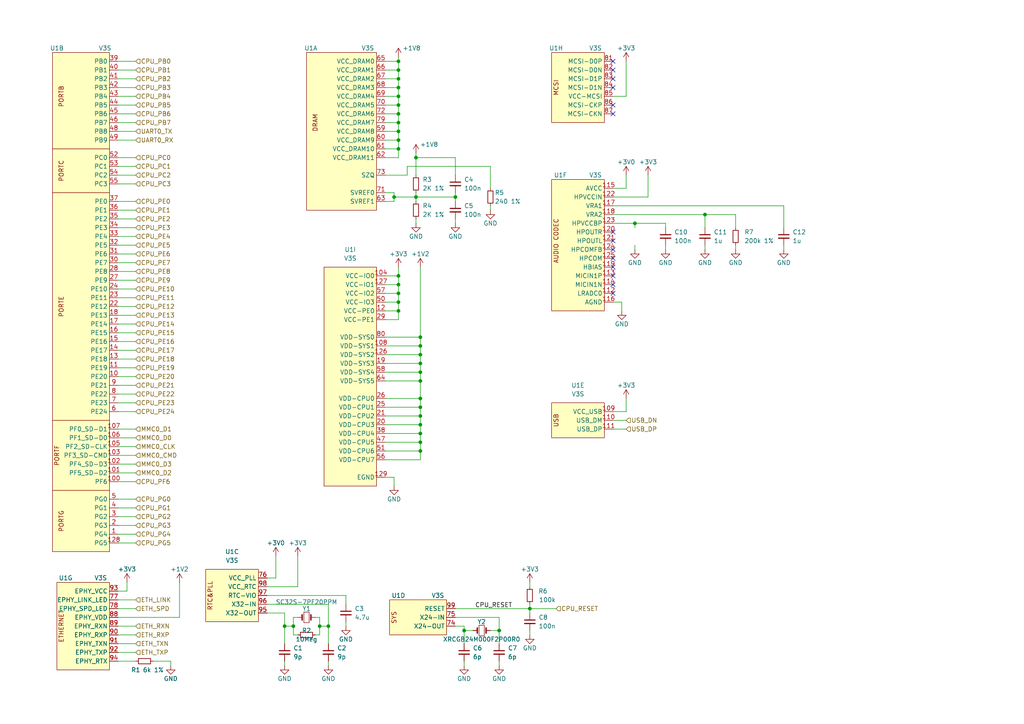
<source format=kicad_sch>
(kicad_sch (version 20211123) (generator eeschema)
  (paper "A4")
  (lib_symbols
    (symbol "Device:C_Small" (pin_numbers hide) (pin_names (offset 0.254) hide)
      (property "Reference" "C" (at 0.254 1.778 0))
      (property "Value" "C_Small" (at 0.254 -2.032 0))
      (symbol "C_Small_0_1"
        (polyline (pts (xy -1.524 -0.508) (xy 1.524 -0.508)) (stroke (width 0.3302)))
        (polyline (pts (xy -1.524 0.508) (xy 1.524 0.508)) (stroke (width 0.3048)))
      )
      (symbol "C_Small_1_1"
        (pin passive line (at 0 2.54 270) (length 2.032) (name "~") (number "1"))
        (pin passive line (at 0 -2.54 90) (length 2.032) (name "~") (number "2"))
      )
    )
    (symbol "Device:Crystal_Small" (pin_numbers hide) (pin_names (offset 1.016) hide)
      (property "Reference" "Y" (at 0 2.54 0))
      (property "Value" "Crystal_Small" (at 0 -2.54 0))
      (symbol "Crystal_Small_0_1"
        (rectangle (start -0.762 -1.524) (end 0.762 1.524))
        (polyline (pts (xy -1.27 -0.762) (xy -1.27 0.762)) (stroke (width 0.381)))
        (polyline (pts (xy 1.27 -0.762) (xy 1.27 0.762)) (stroke (width 0.381)))
      )
      (symbol "Crystal_Small_1_1"
        (pin passive line (at -2.54 0 0) (length 1.27) (name "1") (number "1"))
        (pin passive line (at 2.54 0 180) (length 1.27) (name "2") (number "2"))
      )
    )
    (symbol "Device:R_Small" (pin_numbers hide) (pin_names (offset 0.254) hide)
      (property "Reference" "R" (at 0.762 0.508 0))
      (property "Value" "R_Small" (at 0.762 -1.016 0))
      (symbol "R_Small_0_1"
        (rectangle (start -0.762 1.778) (end 0.762 -1.778) (stroke (width 0.2032)))
      )
      (symbol "R_Small_1_1"
        (pin passive line (at 0 2.54 270) (length 0.762) (name "~") (number "1"))
        (pin passive line (at 0 -2.54 90) (length 0.762) (name "~") (number "2"))
      )
    )
    (symbol "power:+1V2" (power) (pin_names (offset 0))
      (property "Value" "+1V2" (at 0 3.556 0))
      (symbol "+1V2_0_1"
        (polyline (pts (xy -0.762 1.27) (xy 0 2.54)))
        (polyline (pts (xy 0 0) (xy 0 2.54)))
        (polyline (pts (xy 0 2.54) (xy 0.762 1.27)))
      )
      (symbol "+1V2_1_1"
        (pin power_in line (at 0 0 90) (length 0) hide (name "+1V2") (number "1"))
      )
    )
    (symbol "power:+1V8" (power) (pin_names (offset 0))
      (property "Value" "+1V8" (at 0 3.556 0))
      (symbol "+1V8_0_1"
        (polyline (pts (xy -0.762 1.27) (xy 0 2.54)))
        (polyline (pts (xy 0 0) (xy 0 2.54)))
        (polyline (pts (xy 0 2.54) (xy 0.762 1.27)))
      )
      (symbol "+1V8_1_1"
        (pin power_in line (at 0 0 90) (length 0) hide (name "+1V8") (number "1"))
      )
    )
    (symbol "power:+3V0" (power) (pin_names (offset 0))
      (property "Value" "+3V0" (at 0 3.556 0))
      (symbol "+3V0_0_1"
        (polyline (pts (xy -0.762 1.27) (xy 0 2.54)))
        (polyline (pts (xy 0 0) (xy 0 2.54)))
        (polyline (pts (xy 0 2.54) (xy 0.762 1.27)))
      )
      (symbol "+3V0_1_1"
        (pin power_in line (at 0 0 90) (length 0) hide (name "+3V0") (number "1"))
      )
    )
    (symbol "power:+3V3" (power) (pin_names (offset 0))
      (property "Value" "+3V3" (at 0 3.556 0))
      (symbol "+3V3_0_1"
        (polyline (pts (xy -0.762 1.27) (xy 0 2.54)))
        (polyline (pts (xy 0 0) (xy 0 2.54)))
        (polyline (pts (xy 0 2.54) (xy 0.762 1.27)))
      )
      (symbol "+3V3_1_1"
        (pin power_in line (at 0 0 90) (length 0) hide (name "+3V3") (number "1"))
      )
    )
    (symbol "power:GND" (power) (pin_names (offset 0))
      (property "Value" "GND" (at 0 -3.81 0))
      (symbol "GND_0_1"
        (polyline (pts (xy 0 0) (xy 0 -1.27) (xy 1.27 -1.27) (xy 0 -2.54) (xy -1.27 -1.27) (xy 0 -1.27)))
      )
      (symbol "GND_1_1"
        (pin power_in line (at 0 0 270) (length 0) hide (name "GND") (number "1"))
      )
    )
    (symbol "v3s:V3S"
      (property "Reference" "U" (at 1.27 3.81 0))
      (property "Value" "V3S" (at 12.7 3.81 0))
      (symbol "V3S_1_0"
        (rectangle (start 0 2.54) (end 20.32 -43.18) (fill (type background)))
        (text "DRAM" (at 17.78 -17.78 900) (effects (font (size 1.27 1.27))))
      )
      (symbol "V3S_1_1"
        (pin input line (at -2.54 -20.32 0) (length 2.54) (name "VCC_DRAM8") (number "59"))
        (pin input line (at -2.54 -22.86 0) (length 2.54) (name "VCC_DRAM9") (number "60"))
        (pin input line (at -2.54 -25.4 0) (length 2.54) (name "VCC_DRAM10") (number "61"))
        (pin input line (at -2.54 -27.94 0) (length 2.54) (name "VCC_DRAM11") (number "62"))
        (pin input line (at -2.54 -40.64 0) (length 2.54) (name "SVREF1") (number "63"))
        (pin input line (at -2.54 0 0) (length 2.54) (name "VCC_DRAM0") (number "65"))
        (pin input line (at -2.54 -2.54 0) (length 2.54) (name "VCC_DRAM1") (number "66"))
        (pin input line (at -2.54 -5.08 0) (length 2.54) (name "VCC_DRAM2") (number "67"))
        (pin input line (at -2.54 -7.62 0) (length 2.54) (name "VCC_DRAM3") (number "68"))
        (pin input line (at -2.54 -10.16 0) (length 2.54) (name "VCC_DRAM4") (number "69"))
        (pin input line (at -2.54 -12.7 0) (length 2.54) (name "VCC_DRAM5") (number "70"))
        (pin input line (at -2.54 -38.1 0) (length 2.54) (name "SVREF0") (number "71"))
        (pin input line (at -2.54 -15.24 0) (length 2.54) (name "VCC_DRAM6") (number "72"))
        (pin input line (at -2.54 -33.02 0) (length 2.54) (name "SZQ") (number "73"))
        (pin input line (at -2.54 -17.78 0) (length 2.54) (name "VCC_DRAM7") (number "79"))
      )
      (symbol "V3S_2_0"
        (polyline (pts (xy 0 -124.46) (xy 16.51 -124.46)))
        (polyline (pts (xy 0 -104.14) (xy 16.51 -104.14)))
        (polyline (pts (xy 0 -38.1) (xy 16.51 -38.1)))
        (polyline (pts (xy 0 -25.4) (xy 16.51 -25.4)))
        (rectangle (start 0 2.54) (end 16.51 -142.24) (fill (type background)))
        (text "PORTB" (at 13.97 -10.16 900) (effects (font (size 1.27 1.27))))
        (text "PORTC" (at 13.97 -31.75 900) (effects (font (size 1.27 1.27))))
        (text "PORTE" (at 13.97 -71.12 900) (effects (font (size 1.27 1.27))))
        (text "PORTF" (at 15.24 -114.3 900) (effects (font (size 1.27 1.27))))
        (text "PORTG" (at 13.97 -133.35 900) (effects (font (size 1.27 1.27))))
      )
      (symbol "V3S_2_1"
        (pin input line (at -2.54 -137.16 0) (length 2.54) (name "PG4") (number "1"))
        (pin input line (at -2.54 -91.44 0) (length 2.54) (name "PE20") (number "10"))
        (pin input line (at -2.54 -121.92 0) (length 2.54) (name "PF6") (number "100"))
        (pin input line (at -2.54 -119.38 0) (length 2.54) (name "PF5_SD-D2") (number "101"))
        (pin input line (at -2.54 -116.84 0) (length 2.54) (name "PF4_SD-D3") (number "102"))
        (pin input line (at -2.54 -114.3 0) (length 2.54) (name "PF3_SD-CMD") (number "103"))
        (pin input line (at -2.54 -111.76 0) (length 2.54) (name "PF2_SD-CLK") (number "105"))
        (pin input line (at -2.54 -109.22 0) (length 2.54) (name "PF1_SD-D0") (number "106"))
        (pin input line (at -2.54 -106.68 0) (length 2.54) (name "PF0_SD-D1") (number "107"))
        (pin input line (at -2.54 -88.9 0) (length 2.54) (name "PE19") (number "11"))
        (pin input line (at -2.54 -139.7 0) (length 2.54) (name "PG5") (number "128"))
        (pin input line (at -2.54 -86.36 0) (length 2.54) (name "PE18") (number "13"))
        (pin input line (at -2.54 -83.82 0) (length 2.54) (name "PE17") (number "14"))
        (pin input line (at -2.54 -81.28 0) (length 2.54) (name "PE16") (number "15"))
        (pin input line (at -2.54 -78.74 0) (length 2.54) (name "PE15") (number "16"))
        (pin input line (at -2.54 -76.2 0) (length 2.54) (name "PE14") (number "17"))
        (pin input line (at -2.54 -73.66 0) (length 2.54) (name "PE13") (number "18"))
        (pin input line (at -2.54 -134.62 0) (length 2.54) (name "PG3") (number "2"))
        (pin input line (at -2.54 -71.12 0) (length 2.54) (name "PE12") (number "22"))
        (pin input line (at -2.54 -68.58 0) (length 2.54) (name "PE11") (number "23"))
        (pin input line (at -2.54 -66.04 0) (length 2.54) (name "PE10") (number "24"))
        (pin input line (at -2.54 -63.5 0) (length 2.54) (name "PE9") (number "27"))
        (pin input line (at -2.54 -60.96 0) (length 2.54) (name "PE8") (number "28"))
        (pin input line (at -2.54 -132.08 0) (length 2.54) (name "PG2") (number "3"))
        (pin input line (at -2.54 -58.42 0) (length 2.54) (name "PE7") (number "30"))
        (pin input line (at -2.54 -55.88 0) (length 2.54) (name "PE6") (number "31"))
        (pin input line (at -2.54 -53.34 0) (length 2.54) (name "PE5") (number "32"))
        (pin input line (at -2.54 -50.8 0) (length 2.54) (name "PE4") (number "33"))
        (pin input line (at -2.54 -48.26 0) (length 2.54) (name "PE3") (number "34"))
        (pin input line (at -2.54 -45.72 0) (length 2.54) (name "PE2") (number "35"))
        (pin input line (at -2.54 -43.18 0) (length 2.54) (name "PE1") (number "36"))
        (pin input line (at -2.54 -40.64 0) (length 2.54) (name "PE0") (number "37"))
        (pin input line (at -2.54 0 0) (length 2.54) (name "PB0") (number "39"))
        (pin input line (at -2.54 -129.54 0) (length 2.54) (name "PG1") (number "4"))
        (pin input line (at -2.54 -2.54 0) (length 2.54) (name "PB1") (number "40"))
        (pin input line (at -2.54 -5.08 0) (length 2.54) (name "PB2") (number "41"))
        (pin input line (at -2.54 -7.62 0) (length 2.54) (name "PB3") (number "42"))
        (pin input line (at -2.54 -10.16 0) (length 2.54) (name "PB4") (number "43"))
        (pin input line (at -2.54 -12.7 0) (length 2.54) (name "PB5") (number "44"))
        (pin input line (at -2.54 -15.24 0) (length 2.54) (name "PB6") (number "45"))
        (pin input line (at -2.54 -17.78 0) (length 2.54) (name "PB7") (number "46"))
        (pin input line (at -2.54 -20.32 0) (length 2.54) (name "PB8") (number "48"))
        (pin input line (at -2.54 -22.86 0) (length 2.54) (name "PB9") (number "49"))
        (pin input line (at -2.54 -127 0) (length 2.54) (name "PG0") (number "5"))
        (pin input line (at -2.54 -27.94 0) (length 2.54) (name "PC0") (number "52"))
        (pin input line (at -2.54 -30.48 0) (length 2.54) (name "PC1") (number "53"))
        (pin input line (at -2.54 -33.02 0) (length 2.54) (name "PC2") (number "54"))
        (pin input line (at -2.54 -35.56 0) (length 2.54) (name "PC3") (number "55"))
        (pin input line (at -2.54 -101.6 0) (length 2.54) (name "PE24") (number "6"))
        (pin input line (at -2.54 -99.06 0) (length 2.54) (name "PE23") (number "7"))
        (pin input line (at -2.54 -96.52 0) (length 2.54) (name "PE22") (number "8"))
        (pin input line (at -2.54 -93.98 0) (length 2.54) (name "PE21") (number "9"))
      )
      (symbol "V3S_3_0"
        (rectangle (start 0 2.54) (end 15.24 -12.7) (fill (type background)))
        (text "RTC&PLL" (at 13.97 -5.08 900) (effects (font (size 1.27 1.27))))
      )
      (symbol "V3S_3_1"
        (pin input line (at -2.54 0 0) (length 2.54) (name "VCC_PLL") (number "76"))
        (pin input line (at -2.54 -10.16 0) (length 2.54) (name "X32-OUT") (number "95"))
        (pin input line (at -2.54 -7.62 0) (length 2.54) (name "X32-IN") (number "96"))
        (pin input line (at -2.54 -5.08 0) (length 2.54) (name "RTC-VIO") (number "97"))
        (pin input line (at -2.54 -2.54 0) (length 2.54) (name "VCC_RTC") (number "98"))
      )
      (symbol "V3S_4_0"
        (rectangle (start 0 2.54) (end 16.51 -7.62) (fill (type background)))
        (text "SYS" (at 15.24 -2.54 900) (effects (font (size 1.27 1.27))))
      )
      (symbol "V3S_4_1"
        (pin input line (at -2.54 -5.08 0) (length 2.54) (name "X24-OUT") (number "74"))
        (pin input line (at -2.54 -2.54 0) (length 2.54) (name "X24-IN") (number "75"))
        (pin input line (at -2.54 0 0) (length 2.54) (name "RESET") (number "99"))
      )
      (symbol "V3S_5_0"
        (rectangle (start 0 2.54) (end 15.24 -7.62) (fill (type background)))
        (text "USB" (at 13.97 -2.54 900) (effects (font (size 1.27 1.27))))
      )
      (symbol "V3S_5_1"
        (pin input line (at -2.54 0 0) (length 2.54) (name "VCC_USB") (number "109"))
        (pin input line (at -2.54 -2.54 0) (length 2.54) (name "USB_DM") (number "110"))
        (pin input line (at -2.54 -5.08 0) (length 2.54) (name "USB_DP") (number "111"))
      )
      (symbol "V3S_6_0"
        (rectangle (start 0 2.54) (end 15.24 -35.56) (fill (type background)))
        (text "AUDIO CODEC" (at 13.97 -15.24 900) (effects (font (size 1.27 1.27))))
      )
      (symbol "V3S_6_1"
        (pin input line (at -2.54 -30.48 0) (length 2.54) (name "LRADC0") (number "112"))
        (pin input line (at -2.54 -25.4 0) (length 2.54) (name "MICIN1P") (number "113"))
        (pin input line (at -2.54 -27.94 0) (length 2.54) (name "MICIN1N") (number "114"))
        (pin input line (at -2.54 0 0) (length 2.54) (name "AVCC") (number "115"))
        (pin input line (at -2.54 -33.02 0) (length 2.54) (name "AGND") (number "116"))
        (pin input line (at -2.54 -5.08 0) (length 2.54) (name "VRA1") (number "117"))
        (pin input line (at -2.54 -7.62 0) (length 2.54) (name "VRA2") (number "118"))
        (pin input line (at -2.54 -22.86 0) (length 2.54) (name "HBIAS") (number "119"))
        (pin input line (at -2.54 -12.7 0) (length 2.54) (name "HPOUTR") (number "120"))
        (pin input line (at -2.54 -15.24 0) (length 2.54) (name "HPOUTL") (number "121"))
        (pin input line (at -2.54 -2.54 0) (length 2.54) (name "HPVCCIN") (number "122"))
        (pin input line (at -2.54 -10.16 0) (length 2.54) (name "HPVCCBP") (number "123"))
        (pin input line (at -2.54 -17.78 0) (length 2.54) (name "HPCOMFB") (number "124"))
        (pin input line (at -2.54 -20.32 0) (length 2.54) (name "HPCOM") (number "125"))
      )
      (symbol "V3S_7_0"
        (rectangle (start 0 2.54) (end 15.24 -22.86) (fill (type background)))
        (text "ETHERNET" (at 13.97 -10.16 900) (effects (font (size 1.27 1.27))))
      )
      (symbol "V3S_7_1"
        (pin input line (at -2.54 -2.54 0) (length 2.54) (name "EPHY_LINK_LED") (number "77"))
        (pin input line (at -2.54 -5.08 0) (length 2.54) (name "EPHY_SPD_LED") (number "78"))
        (pin input line (at -2.54 -7.62 0) (length 2.54) (name "EPHY_VDD") (number "88"))
        (pin input line (at -2.54 -10.16 0) (length 2.54) (name "EPHY_RXN") (number "89"))
        (pin input line (at -2.54 -12.7 0) (length 2.54) (name "EPHY_RXP") (number "90"))
        (pin input line (at -2.54 -15.24 0) (length 2.54) (name "EPHY_TXN") (number "91"))
        (pin input line (at -2.54 -17.78 0) (length 2.54) (name "EPHY_TXP") (number "92"))
        (pin input line (at -2.54 0 0) (length 2.54) (name "EPHY_VCC") (number "93"))
        (pin input line (at -2.54 -20.32 0) (length 2.54) (name "EPHY_RTX") (number "94"))
      )
      (symbol "V3S_8_0"
        (rectangle (start 0 2.54) (end 15.24 -17.78) (fill (type background)))
        (text "MCSI" (at 13.97 -7.62 900) (effects (font (size 1.27 1.27))))
      )
      (symbol "V3S_8_1"
        (pin input line (at -2.54 0 0) (length 2.54) (name "MCSI-D0P") (number "81"))
        (pin input line (at -2.54 -2.54 0) (length 2.54) (name "MCSI-D0N") (number "82"))
        (pin input line (at -2.54 -5.08 0) (length 2.54) (name "MCSI-D1P") (number "83"))
        (pin input line (at -2.54 -7.62 0) (length 2.54) (name "MCSI-D1N") (number "84"))
        (pin input line (at -2.54 -10.16 0) (length 2.54) (name "VCC-MCSI") (number "85"))
        (pin input line (at -2.54 -12.7 0) (length 2.54) (name "MCSI-CKP") (number "86"))
        (pin input line (at -2.54 -15.24 0) (length 2.54) (name "MCSI-CKN") (number "87"))
      )
      (symbol "V3S_9_0"
        (rectangle (start 0 2.54) (end 15.24 -60.96) (fill (type background)))
      )
      (symbol "V3S_9_1"
        (pin input line (at -2.54 0 0) (length 2.54) (name "VCC-IO0") (number "104"))
        (pin input line (at -2.54 -20.32 0) (length 2.54) (name "VDD-SYS1") (number "108"))
        (pin input line (at -2.54 -10.16 0) (length 2.54) (name "VCC-PE0") (number "12"))
        (pin input line (at -2.54 -22.86 0) (length 2.54) (name "VDD-SYS2") (number "126"))
        (pin input line (at -2.54 -2.54 0) (length 2.54) (name "VCC-IO1") (number "127"))
        (pin input line (at -2.54 -58.42 0) (length 2.54) (name "EGND") (number "129"))
        (pin input line (at -2.54 -25.4 0) (length 2.54) (name "VDD-SYS3") (number "19"))
        (pin input line (at -2.54 -43.18 0) (length 2.54) (name "VDD-CPU3") (number "20"))
        (pin input line (at -2.54 -40.64 0) (length 2.54) (name "VDD-CPU2") (number "21"))
        (pin input line (at -2.54 -38.1 0) (length 2.54) (name "VDD-CPU1") (number "25"))
        (pin input line (at -2.54 -35.56 0) (length 2.54) (name "VDD-CPU0") (number "26"))
        (pin input line (at -2.54 -12.7 0) (length 2.54) (name "VCC-PE1") (number "29"))
        (pin input line (at -2.54 -45.72 0) (length 2.54) (name "VDD-CPU4") (number "38"))
        (pin input line (at -2.54 -48.26 0) (length 2.54) (name "VDD-CPU5") (number "47"))
        (pin input line (at -2.54 -7.62 0) (length 2.54) (name "VCC-IO3") (number "50"))
        (pin input line (at -2.54 -50.8 0) (length 2.54) (name "VDD-CPU6") (number "51"))
        (pin input line (at -2.54 -53.34 0) (length 2.54) (name "VDD-CPU7") (number "56"))
        (pin input line (at -2.54 -5.08 0) (length 2.54) (name "VCC-IO2") (number "57"))
        (pin input line (at -2.54 -27.94 0) (length 2.54) (name "VDD-SYS4") (number "58"))
        (pin input line (at -2.54 -30.48 0) (length 2.54) (name "VDD-SYS5") (number "64"))
        (pin input line (at -2.54 -17.78 0) (length 2.54) (name "VDD-SYS0") (number "80"))
      )
    )
  )
  (junction (at 115.57 82.55))
  (junction (at 204.47 62.23))
  (junction (at 115.57 17.78))
  (junction (at 121.92 118.11))
  (junction (at 115.57 87.63))
  (junction (at 132.08 57.15))
  (junction (at 115.57 38.1))
  (junction (at 121.92 97.79))
  (junction (at 134.62 182.88))
  (junction (at 95.25 181.61))
  (junction (at 184.15 64.77))
  (junction (at 115.57 43.18))
  (junction (at 121.92 100.33))
  (junction (at 121.92 130.81))
  (junction (at 115.57 33.02))
  (junction (at 153.67 176.53))
  (junction (at 92.71 181.61))
  (junction (at 82.55 181.61))
  (junction (at 121.92 107.95))
  (junction (at 121.92 105.41))
  (junction (at 115.57 40.64))
  (junction (at 121.92 128.27))
  (junction (at 115.57 22.86))
  (junction (at 121.92 110.49))
  (junction (at 115.57 80.01))
  (junction (at 120.65 57.15))
  (junction (at 120.65 45.72))
  (junction (at 115.57 25.4))
  (junction (at 115.57 90.17))
  (junction (at 115.57 20.32))
  (junction (at 115.57 85.09))
  (junction (at 121.92 102.87))
  (junction (at 144.78 182.88))
  (junction (at 114.3 57.15))
  (junction (at 115.57 35.56))
  (junction (at 121.92 123.19))
  (junction (at 121.92 115.57))
  (junction (at 85.09 181.61))
  (junction (at 115.57 30.48))
  (junction (at 121.92 125.73))
  (junction (at 115.57 27.94))
  (junction (at 121.92 120.65))
  (no_connect (at 177.8 69.85))
  (no_connect (at 177.8 67.31))
  (no_connect (at 177.8 74.93))
  (no_connect (at 177.8 72.39))
  (no_connect (at 177.8 77.47))
  (no_connect (at 177.8 85.09))
  (no_connect (at 177.8 33.02))
  (no_connect (at 177.8 30.48))
  (no_connect (at 177.8 25.4))
  (no_connect (at 177.8 17.78))
  (no_connect (at 177.8 20.32))
  (no_connect (at 177.8 22.86))
  (no_connect (at 177.8 80.01))
  (no_connect (at 177.8 82.55))
  (wire (pts (xy 121.92 110.49) (xy 121.92 115.57)))
  (wire (pts (xy 181.61 119.38) (xy 181.61 115.57)))
  (wire (pts (xy 34.29 38.1) (xy 39.37 38.1)))
  (wire (pts (xy 134.62 182.88) (xy 134.62 186.69)))
  (wire (pts (xy 121.92 130.81) (xy 121.92 133.35)))
  (wire (pts (xy 111.76 33.02) (xy 115.57 33.02)))
  (wire (pts (xy 180.34 87.63) (xy 180.34 90.17)))
  (wire (pts (xy 34.29 40.64) (xy 39.37 40.64)))
  (wire (pts (xy 121.92 123.19) (xy 121.92 125.73)))
  (wire (pts (xy 153.67 182.88) (xy 153.67 184.15)))
  (wire (pts (xy 86.36 184.15) (xy 85.09 184.15)))
  (wire (pts (xy 34.29 101.6) (xy 39.37 101.6)))
  (wire (pts (xy 177.8 62.23) (xy 204.47 62.23)))
  (wire (pts (xy 95.25 175.26) (xy 77.47 175.26)))
  (wire (pts (xy 153.67 168.91) (xy 153.67 170.18)))
  (wire (pts (xy 77.47 170.18) (xy 86.36 170.18)))
  (wire (pts (xy 111.76 20.32) (xy 115.57 20.32)))
  (wire (pts (xy 204.47 62.23) (xy 204.47 66.04)))
  (wire (pts (xy 111.76 55.88) (xy 114.3 55.88)))
  (wire (pts (xy 34.29 181.61) (xy 39.37 181.61)))
  (wire (pts (xy 92.71 179.07) (xy 92.71 181.61)))
  (wire (pts (xy 34.29 99.06) (xy 39.37 99.06)))
  (wire (pts (xy 177.8 64.77) (xy 184.15 64.77)))
  (wire (pts (xy 34.29 22.86) (xy 39.37 22.86)))
  (wire (pts (xy 95.25 186.69) (xy 95.25 181.61)))
  (wire (pts (xy 115.57 85.09) (xy 115.57 82.55)))
  (wire (pts (xy 132.08 57.15) (xy 132.08 58.42)))
  (wire (pts (xy 121.92 115.57) (xy 121.92 118.11)))
  (wire (pts (xy 115.57 35.56) (xy 115.57 38.1)))
  (wire (pts (xy 177.8 59.69) (xy 227.33 59.69)))
  (wire (pts (xy 111.76 38.1) (xy 115.57 38.1)))
  (wire (pts (xy 34.29 66.04) (xy 39.37 66.04)))
  (wire (pts (xy 111.76 45.72) (xy 115.57 45.72)))
  (wire (pts (xy 121.92 128.27) (xy 121.92 130.81)))
  (wire (pts (xy 34.29 157.48) (xy 39.37 157.48)))
  (wire (pts (xy 34.29 53.34) (xy 39.37 53.34)))
  (wire (pts (xy 132.08 181.61) (xy 134.62 181.61)))
  (wire (pts (xy 121.92 77.47) (xy 121.92 97.79)))
  (wire (pts (xy 177.8 27.94) (xy 181.61 27.94)))
  (wire (pts (xy 34.29 132.08) (xy 39.37 132.08)))
  (wire (pts (xy 111.76 85.09) (xy 115.57 85.09)))
  (wire (pts (xy 142.24 182.88) (xy 144.78 182.88)))
  (wire (pts (xy 92.71 181.61) (xy 95.25 181.61)))
  (wire (pts (xy 121.92 120.65) (xy 121.92 123.19)))
  (wire (pts (xy 204.47 62.23) (xy 213.36 62.23)))
  (wire (pts (xy 115.57 25.4) (xy 115.57 22.86)))
  (wire (pts (xy 181.61 27.94) (xy 181.61 17.78)))
  (wire (pts (xy 34.29 45.72) (xy 39.37 45.72)))
  (wire (pts (xy 82.55 186.69) (xy 82.55 181.61)))
  (wire (pts (xy 34.29 179.07) (xy 52.07 179.07)))
  (wire (pts (xy 111.76 92.71) (xy 115.57 92.71)))
  (wire (pts (xy 85.09 181.61) (xy 85.09 184.15)))
  (wire (pts (xy 120.65 50.8) (xy 120.65 45.72)))
  (wire (pts (xy 118.11 48.26) (xy 142.24 48.26)))
  (wire (pts (xy 181.61 54.61) (xy 177.8 54.61)))
  (wire (pts (xy 34.29 154.94) (xy 39.37 154.94)))
  (wire (pts (xy 34.29 106.68) (xy 39.37 106.68)))
  (wire (pts (xy 34.29 137.16) (xy 39.37 137.16)))
  (wire (pts (xy 34.29 134.62) (xy 39.37 134.62)))
  (wire (pts (xy 111.76 90.17) (xy 115.57 90.17)))
  (wire (pts (xy 49.53 191.77) (xy 49.53 193.04)))
  (wire (pts (xy 34.29 171.45) (xy 36.83 171.45)))
  (wire (pts (xy 82.55 181.61) (xy 85.09 181.61)))
  (wire (pts (xy 77.47 177.8) (xy 82.55 177.8)))
  (wire (pts (xy 34.29 173.99) (xy 39.37 173.99)))
  (wire (pts (xy 193.04 71.12) (xy 193.04 72.39)))
  (wire (pts (xy 91.44 184.15) (xy 92.71 184.15)))
  (wire (pts (xy 34.29 58.42) (xy 39.37 58.42)))
  (wire (pts (xy 115.57 30.48) (xy 115.57 33.02)))
  (wire (pts (xy 34.29 144.78) (xy 39.37 144.78)))
  (wire (pts (xy 120.65 55.88) (xy 120.65 57.15)))
  (wire (pts (xy 144.78 182.88) (xy 144.78 186.69)))
  (wire (pts (xy 34.29 149.86) (xy 39.37 149.86)))
  (wire (pts (xy 121.92 107.95) (xy 121.92 110.49)))
  (wire (pts (xy 111.76 80.01) (xy 115.57 80.01)))
  (wire (pts (xy 34.29 68.58) (xy 39.37 68.58)))
  (wire (pts (xy 82.55 177.8) (xy 82.55 181.61)))
  (wire (pts (xy 111.76 107.95) (xy 121.92 107.95)))
  (wire (pts (xy 34.29 33.02) (xy 39.37 33.02)))
  (wire (pts (xy 177.8 121.92) (xy 181.61 121.92)))
  (wire (pts (xy 111.76 97.79) (xy 121.92 97.79)))
  (wire (pts (xy 95.25 181.61) (xy 95.25 175.26)))
  (wire (pts (xy 153.67 176.53) (xy 153.67 177.8)))
  (wire (pts (xy 114.3 55.88) (xy 114.3 57.15)))
  (wire (pts (xy 52.07 168.91) (xy 52.07 179.07)))
  (wire (pts (xy 121.92 100.33) (xy 121.92 102.87)))
  (wire (pts (xy 111.76 123.19) (xy 121.92 123.19)))
  (wire (pts (xy 120.65 57.15) (xy 132.08 57.15)))
  (wire (pts (xy 111.76 102.87) (xy 121.92 102.87)))
  (wire (pts (xy 134.62 191.77) (xy 134.62 193.04)))
  (wire (pts (xy 100.33 172.72) (xy 100.33 175.26)))
  (wire (pts (xy 187.96 57.15) (xy 187.96 50.8)))
  (wire (pts (xy 34.29 76.2) (xy 39.37 76.2)))
  (wire (pts (xy 115.57 25.4) (xy 115.57 27.94)))
  (wire (pts (xy 34.29 88.9) (xy 39.37 88.9)))
  (wire (pts (xy 177.8 57.15) (xy 187.96 57.15)))
  (wire (pts (xy 77.47 167.64) (xy 80.01 167.64)))
  (wire (pts (xy 34.29 63.5) (xy 39.37 63.5)))
  (wire (pts (xy 115.57 33.02) (xy 115.57 35.56)))
  (wire (pts (xy 120.65 44.45) (xy 120.65 45.72)))
  (wire (pts (xy 34.29 186.69) (xy 39.37 186.69)))
  (wire (pts (xy 142.24 54.61) (xy 142.24 48.26)))
  (wire (pts (xy 34.29 20.32) (xy 39.37 20.32)))
  (wire (pts (xy 177.8 124.46) (xy 181.61 124.46)))
  (wire (pts (xy 44.45 191.77) (xy 49.53 191.77)))
  (wire (pts (xy 132.08 63.5) (xy 132.08 64.77)))
  (wire (pts (xy 132.08 179.07) (xy 144.78 179.07)))
  (wire (pts (xy 80.01 161.29) (xy 80.01 167.64)))
  (wire (pts (xy 111.76 35.56) (xy 115.57 35.56)))
  (wire (pts (xy 111.76 128.27) (xy 121.92 128.27)))
  (wire (pts (xy 111.76 125.73) (xy 121.92 125.73)))
  (wire (pts (xy 115.57 40.64) (xy 115.57 43.18)))
  (wire (pts (xy 111.76 110.49) (xy 121.92 110.49)))
  (wire (pts (xy 86.36 179.07) (xy 85.09 179.07)))
  (wire (pts (xy 34.29 73.66) (xy 39.37 73.66)))
  (wire (pts (xy 132.08 50.8) (xy 132.08 45.72)))
  (wire (pts (xy 114.3 57.15) (xy 114.3 58.42)))
  (wire (pts (xy 115.57 17.78) (xy 115.57 16.51)))
  (wire (pts (xy 34.29 109.22) (xy 39.37 109.22)))
  (wire (pts (xy 34.29 116.84) (xy 39.37 116.84)))
  (wire (pts (xy 34.29 111.76) (xy 39.37 111.76)))
  (wire (pts (xy 120.65 57.15) (xy 120.65 58.42)))
  (wire (pts (xy 34.29 104.14) (xy 39.37 104.14)))
  (wire (pts (xy 34.29 86.36) (xy 39.37 86.36)))
  (wire (pts (xy 34.29 114.3) (xy 39.37 114.3)))
  (wire (pts (xy 213.36 71.12) (xy 213.36 72.39)))
  (wire (pts (xy 115.57 87.63) (xy 115.57 85.09)))
  (wire (pts (xy 111.76 138.43) (xy 114.3 138.43)))
  (wire (pts (xy 114.3 57.15) (xy 120.65 57.15)))
  (wire (pts (xy 34.29 129.54) (xy 39.37 129.54)))
  (wire (pts (xy 114.3 138.43) (xy 114.3 140.97)))
  (wire (pts (xy 34.29 189.23) (xy 39.37 189.23)))
  (wire (pts (xy 34.29 17.78) (xy 39.37 17.78)))
  (wire (pts (xy 111.76 100.33) (xy 121.92 100.33)))
  (wire (pts (xy 34.29 127) (xy 39.37 127)))
  (wire (pts (xy 204.47 71.12) (xy 204.47 72.39)))
  (wire (pts (xy 177.8 87.63) (xy 180.34 87.63)))
  (wire (pts (xy 34.29 71.12) (xy 39.37 71.12)))
  (wire (pts (xy 227.33 59.69) (xy 227.33 66.04)))
  (wire (pts (xy 111.76 58.42) (xy 114.3 58.42)))
  (wire (pts (xy 36.83 171.45) (xy 36.83 168.91)))
  (wire (pts (xy 111.76 118.11) (xy 121.92 118.11)))
  (wire (pts (xy 34.29 147.32) (xy 39.37 147.32)))
  (wire (pts (xy 144.78 179.07) (xy 144.78 182.88)))
  (wire (pts (xy 34.29 25.4) (xy 39.37 25.4)))
  (wire (pts (xy 34.29 78.74) (xy 39.37 78.74)))
  (wire (pts (xy 34.29 152.4) (xy 39.37 152.4)))
  (wire (pts (xy 115.57 90.17) (xy 115.57 87.63)))
  (wire (pts (xy 111.76 82.55) (xy 115.57 82.55)))
  (wire (pts (xy 132.08 45.72) (xy 120.65 45.72)))
  (wire (pts (xy 115.57 45.72) (xy 115.57 43.18)))
  (wire (pts (xy 193.04 64.77) (xy 193.04 66.04)))
  (wire (pts (xy 121.92 97.79) (xy 121.92 100.33)))
  (wire (pts (xy 77.47 172.72) (xy 100.33 172.72)))
  (wire (pts (xy 111.76 130.81) (xy 121.92 130.81)))
  (wire (pts (xy 34.29 81.28) (xy 39.37 81.28)))
  (wire (pts (xy 34.29 124.46) (xy 39.37 124.46)))
  (wire (pts (xy 177.8 119.38) (xy 181.61 119.38)))
  (wire (pts (xy 34.29 119.38) (xy 39.37 119.38)))
  (wire (pts (xy 115.57 22.86) (xy 115.57 20.32)))
  (wire (pts (xy 34.29 35.56) (xy 39.37 35.56)))
  (wire (pts (xy 111.76 22.86) (xy 115.57 22.86)))
  (wire (pts (xy 34.29 30.48) (xy 39.37 30.48)))
  (wire (pts (xy 144.78 191.77) (xy 144.78 193.04)))
  (wire (pts (xy 111.76 30.48) (xy 115.57 30.48)))
  (wire (pts (xy 121.92 133.35) (xy 111.76 133.35)))
  (wire (pts (xy 115.57 20.32) (xy 115.57 17.78)))
  (wire (pts (xy 34.29 83.82) (xy 39.37 83.82)))
  (wire (pts (xy 121.92 125.73) (xy 121.92 128.27)))
  (wire (pts (xy 34.29 191.77) (xy 39.37 191.77)))
  (wire (pts (xy 115.57 82.55) (xy 115.57 80.01)))
  (wire (pts (xy 100.33 180.34) (xy 100.33 181.61)))
  (wire (pts (xy 34.29 91.44) (xy 39.37 91.44)))
  (wire (pts (xy 132.08 176.53) (xy 153.67 176.53)))
  (wire (pts (xy 111.76 50.8) (xy 118.11 50.8)))
  (wire (pts (xy 95.25 191.77) (xy 95.25 193.04)))
  (wire (pts (xy 86.36 170.18) (xy 86.36 161.29)))
  (wire (pts (xy 82.55 191.77) (xy 82.55 193.04)))
  (wire (pts (xy 213.36 62.23) (xy 213.36 66.04)))
  (wire (pts (xy 111.76 115.57) (xy 121.92 115.57)))
  (wire (pts (xy 85.09 179.07) (xy 85.09 181.61)))
  (wire (pts (xy 115.57 38.1) (xy 115.57 40.64)))
  (wire (pts (xy 121.92 118.11) (xy 121.92 120.65)))
  (wire (pts (xy 34.29 139.7) (xy 39.37 139.7)))
  (wire (pts (xy 115.57 77.47) (xy 115.57 80.01)))
  (wire (pts (xy 34.29 176.53) (xy 39.37 176.53)))
  (wire (pts (xy 184.15 71.12) (xy 184.15 72.39)))
  (wire (pts (xy 34.29 96.52) (xy 39.37 96.52)))
  (wire (pts (xy 184.15 64.77) (xy 193.04 64.77)))
  (wire (pts (xy 184.15 64.77) (xy 184.15 66.04)))
  (wire (pts (xy 142.24 59.69) (xy 142.24 60.96)))
  (wire (pts (xy 34.29 27.94) (xy 39.37 27.94)))
  (wire (pts (xy 134.62 182.88) (xy 137.16 182.88)))
  (wire (pts (xy 181.61 50.8) (xy 181.61 54.61)))
  (wire (pts (xy 111.76 25.4) (xy 115.57 25.4)))
  (wire (pts (xy 91.44 179.07) (xy 92.71 179.07)))
  (wire (pts (xy 111.76 17.78) (xy 115.57 17.78)))
  (wire (pts (xy 34.29 184.15) (xy 39.37 184.15)))
  (wire (pts (xy 115.57 92.71) (xy 115.57 90.17)))
  (wire (pts (xy 121.92 102.87) (xy 121.92 105.41)))
  (wire (pts (xy 111.76 27.94) (xy 115.57 27.94)))
  (wire (pts (xy 34.29 50.8) (xy 39.37 50.8)))
  (wire (pts (xy 34.29 93.98) (xy 39.37 93.98)))
  (wire (pts (xy 111.76 40.64) (xy 115.57 40.64)))
  (wire (pts (xy 111.76 87.63) (xy 115.57 87.63)))
  (wire (pts (xy 132.08 57.15) (xy 132.08 55.88)))
  (wire (pts (xy 134.62 181.61) (xy 134.62 182.88)))
  (wire (pts (xy 34.29 60.96) (xy 39.37 60.96)))
  (wire (pts (xy 111.76 105.41) (xy 121.92 105.41)))
  (wire (pts (xy 227.33 71.12) (xy 227.33 72.39)))
  (wire (pts (xy 153.67 175.26) (xy 153.67 176.53)))
  (wire (pts (xy 111.76 43.18) (xy 115.57 43.18)))
  (wire (pts (xy 120.65 63.5) (xy 120.65 64.77)))
  (wire (pts (xy 118.11 50.8) (xy 118.11 48.26)))
  (wire (pts (xy 92.71 184.15) (xy 92.71 181.61)))
  (wire (pts (xy 115.57 27.94) (xy 115.57 30.48)))
  (wire (pts (xy 111.76 120.65) (xy 121.92 120.65)))
  (wire (pts (xy 153.67 176.53) (xy 161.29 176.53)))
  (wire (pts (xy 121.92 105.41) (xy 121.92 107.95)))
  (wire (pts (xy 34.29 48.26) (xy 39.37 48.26)))
  (label "CPU_RESET" (at 137.795 176.53 0))
  (hierarchical_label "CPU_PC0" (shape input) (at 39.37 45.72 0))
  (hierarchical_label "CPU_PE23" (shape input) (at 39.37 116.84 0))
  (hierarchical_label "MMC0_CMD" (shape input) (at 39.37 132.08 0))
  (hierarchical_label "UART0_RX" (shape input) (at 39.37 40.64 0))
  (hierarchical_label "ETH_SPD" (shape input) (at 39.37 176.53 0))
  (hierarchical_label "CPU_PB2" (shape input) (at 39.37 22.86 0))
  (hierarchical_label "CPU_PE10" (shape input) (at 39.37 83.82 0))
  (hierarchical_label "MMC0_D1" (shape input) (at 39.37 124.46 0))
  (hierarchical_label "ETH_TXP" (shape input) (at 39.37 189.23 0))
  (hierarchical_label "CPU_PG0" (shape input) (at 39.37 144.78 0))
  (hierarchical_label "CPU_PE16" (shape input) (at 39.37 99.06 0))
  (hierarchical_label "CPU_PE15" (shape input) (at 39.37 96.52 0))
  (hierarchical_label "CPU_PE13" (shape input) (at 39.37 91.44 0))
  (hierarchical_label "CPU_PC1" (shape input) (at 39.37 48.26 0))
  (hierarchical_label "CPU_PG1" (shape input) (at 39.37 147.32 0))
  (hierarchical_label "CPU_PG3" (shape input) (at 39.37 152.4 0))
  (hierarchical_label "CPU_PE19" (shape input) (at 39.37 106.68 0))
  (hierarchical_label "CPU_PB3" (shape input) (at 39.37 25.4 0))
  (hierarchical_label "ETH_LINK" (shape input) (at 39.37 173.99 0))
  (hierarchical_label "CPU_PB4" (shape input) (at 39.37 27.94 0))
  (hierarchical_label "MMC0_D0" (shape input) (at 39.37 127 0))
  (hierarchical_label "CPU_PB6" (shape input) (at 39.37 33.02 0))
  (hierarchical_label "CPU_PE11" (shape input) (at 39.37 86.36 0))
  (hierarchical_label "ETH_RXP" (shape input) (at 39.37 184.15 0))
  (hierarchical_label "CPU_PE12" (shape input) (at 39.37 88.9 0))
  (hierarchical_label "CPU_PE6" (shape input) (at 39.37 73.66 0))
  (hierarchical_label "CPU_PE17" (shape input) (at 39.37 101.6 0))
  (hierarchical_label "CPU_PG2" (shape input) (at 39.37 149.86 0))
  (hierarchical_label "CPU_PC2" (shape input) (at 39.37 50.8 0))
  (hierarchical_label "USB_DN" (shape input) (at 181.61 121.92 0))
  (hierarchical_label "CPU_PE20" (shape input) (at 39.37 109.22 0))
  (hierarchical_label "CPU_PE0" (shape input) (at 39.37 58.42 0))
  (hierarchical_label "CPU_PB7" (shape input) (at 39.37 35.56 0))
  (hierarchical_label "CPU_PB5" (shape input) (at 39.37 30.48 0))
  (hierarchical_label "MMC0_D3" (shape input) (at 39.37 134.62 0))
  (hierarchical_label "CPU_PE3" (shape input) (at 39.37 66.04 0))
  (hierarchical_label "CPU_PE4" (shape input) (at 39.37 68.58 0))
  (hierarchical_label "CPU_PE21" (shape input) (at 39.37 111.76 0))
  (hierarchical_label "USB_DP" (shape input) (at 181.61 124.46 0))
  (hierarchical_label "CPU_PG5" (shape input) (at 39.37 157.48 0))
  (hierarchical_label "CPU_RESET" (shape input) (at 161.29 176.53 0))
  (hierarchical_label "CPU_PC3" (shape input) (at 39.37 53.34 0))
  (hierarchical_label "ETH_RXN" (shape input) (at 39.37 181.61 0))
  (hierarchical_label "CPU_PE9" (shape input) (at 39.37 81.28 0))
  (hierarchical_label "MMC0_CLK" (shape input) (at 39.37 129.54 0))
  (hierarchical_label "CPU_PB1" (shape input) (at 39.37 20.32 0))
  (hierarchical_label "CPU_PE22" (shape input) (at 39.37 114.3 0))
  (hierarchical_label "CPU_PF6" (shape input) (at 39.37 139.7 0))
  (hierarchical_label "CPU_PE8" (shape input) (at 39.37 78.74 0))
  (hierarchical_label "CPU_PB0" (shape input) (at 39.37 17.78 0))
  (hierarchical_label "ETH_TXN" (shape input) (at 39.37 186.69 0))
  (hierarchical_label "MMC0_D2" (shape input) (at 39.37 137.16 0))
  (hierarchical_label "CPU_PG4" (shape input) (at 39.37 154.94 0))
  (hierarchical_label "CPU_PE7" (shape input) (at 39.37 76.2 0))
  (hierarchical_label "CPU_PE14" (shape input) (at 39.37 93.98 0))
  (hierarchical_label "CPU_PE1" (shape input) (at 39.37 60.96 0))
  (hierarchical_label "CPU_PE5" (shape input) (at 39.37 71.12 0))
  (hierarchical_label "CPU_PE18" (shape input) (at 39.37 104.14 0))
  (hierarchical_label "CPU_PE24" (shape input) (at 39.37 119.38 0))
  (hierarchical_label "CPU_PE2" (shape input) (at 39.37 63.5 0))
  (hierarchical_label "UART0_TX" (shape input) (at 39.37 38.1 0))
  (symbol (lib_id "power:GND") (at 82.55 193.04 0) (unit 1)
    (property "Reference" "#PWR0128" (effects hide))
    (property "Value" "GND" (at 82.55 196.85 0))
  )
  (symbol (lib_id "power:+3V3") (at 187.96 50.8 0) (unit 1)
    (property "Reference" "#PWR0104" (effects hide))
    (property "Value" "+3V3" (at 187.96 46.99 0))
  )
  (symbol (lib_id "power:GND") (at 95.25 193.04 0) (unit 1)
    (property "Reference" "#PWR0127" (effects hide))
    (property "Value" "GND" (at 95.25 196.85 0))
  )
  (symbol (lib_id "power:GND") (at 213.36 72.39 0) (unit 1)
    (property "Reference" "#PWR0115" (effects hide))
    (property "Value" "GND" (at 213.36 76.2 0))
  )
  (symbol (lib_id "power:GND") (at 184.15 72.39 0) (unit 1)
    (property "Reference" "#PWR0117" (effects hide))
    (property "Value" "GND" (at 184.15 76.2 0))
  )
  (symbol (lib_id "v3s:V3S") (at 74.93 167.64 0) (mirror y) (unit 3)
    (property "Reference" "U1" (at 67.31 160.02 0))
    (property "Value" "V3S" (at 67.31 162.56 0))
    (property "Footprint" "v3s:LQFP-128_14x14mm_P0.4mm_EP8x8mm" (effects hide))
  )
  (symbol (lib_id "power:GND") (at 134.62 193.04 0) (unit 1)
    (property "Reference" "#PWR0130" (effects hide))
    (property "Value" "GND" (at 134.62 196.85 0))
  )
  (symbol (lib_id "Device:R_Small") (at 142.24 57.15 0) (unit 1)
    (property "Reference" "R5" (at 143.51 55.88 0) (effects (justify left)))
    (property "Value" "240 1%" (at 143.51 58.42 0) (effects (justify left)))
    (property "Footprint" "Resistor_SMD:R_0603_1608Metric" (effects hide))
  )
  (symbol (lib_id "power:GND") (at 142.24 60.96 0) (unit 1)
    (property "Reference" "#PWR0103" (effects hide))
    (property "Value" "GND" (at 142.24 64.77 0))
  )
  (symbol (lib_id "Device:C_Small") (at 134.62 189.23 0) (unit 1)
    (property "Reference" "C6" (at 137.16 187.9662 0) (effects (justify left)))
    (property "Value" "6p" (at 137.16 190.5062 0) (effects (justify left)))
    (property "Footprint" "Capacitor_SMD:C_0603_1608Metric" (effects hide))
  )
  (symbol (lib_id "Device:R_Small") (at 213.36 68.58 0) (unit 1)
    (property "Reference" "R7" (at 215.9 67.3099 0) (effects (justify left)))
    (property "Value" "200k 1%" (at 215.9 69.8499 0) (effects (justify left)))
    (property "Footprint" "Resistor_SMD:R_0603_1608Metric" (effects hide))
  )
  (symbol (lib_id "power:+3V3") (at 36.83 168.91 0) (unit 1)
    (property "Reference" "#PWR0123" (effects hide))
    (property "Value" "+3V3" (at 36.83 165.1 0))
  )
  (symbol (lib_id "power:GND") (at 49.53 193.04 0) (unit 1)
    (property "Reference" "#PWR0122" (effects hide))
    (property "Value" "GND" (at 49.53 196.85 0))
  )
  (symbol (lib_id "power:GND") (at 180.34 90.17 0) (unit 1)
    (property "Reference" "#PWR0111" (effects hide))
    (property "Value" "GND" (at 180.34 93.98 0))
  )
  (symbol (lib_id "v3s:V3S") (at 175.26 17.78 0) (mirror y) (unit 8)
    (property "Reference" "U1" (at 161.29 13.97 0))
    (property "Value" "V3S" (at 172.72 13.97 0))
    (property "Footprint" "v3s:LQFP-128_14x14mm_P0.4mm_EP8x8mm" (effects hide))
  )
  (symbol (lib_id "v3s:V3S") (at 31.75 17.78 0) (mirror y) (unit 2)
    (property "Reference" "U1" (at 16.51 13.97 0))
    (property "Value" "V3S" (at 30.48 13.97 0))
    (property "Footprint" "v3s:LQFP-128_14x14mm_P0.4mm_EP8x8mm" (effects hide))
  )
  (symbol (lib_id "Device:C_Small") (at 95.25 189.23 0) (unit 1)
    (property "Reference" "C2" (at 97.79 187.9662 0) (effects (justify left)))
    (property "Value" "9p" (at 97.79 190.5062 0) (effects (justify left)))
    (property "Footprint" "Capacitor_SMD:C_0603_1608Metric" (effects hide))
  )
  (symbol (lib_id "Device:Crystal_Small") (at 139.7 182.88 0) (unit 1)
    (property "Reference" "Y2" (at 139.7 180.34 0))
    (property "Value" "XRCGB24M000F2P00R0" (at 139.7 185.42 0))
    (property "Footprint" "v3s:XRCGB24M000F2P00R0" (effects hide))
  )
  (symbol (lib_id "Device:C_Small") (at 144.78 189.23 0) (unit 1)
    (property "Reference" "C7" (at 147.32 187.9662 0) (effects (justify left)))
    (property "Value" "6p" (at 147.32 190.5062 0) (effects (justify left)))
    (property "Footprint" "Capacitor_SMD:C_0603_1608Metric" (effects hide))
  )
  (symbol (lib_id "power:+3V3") (at 181.61 115.57 0) (unit 1)
    (property "Reference" "#PWR0120" (effects hide))
    (property "Value" "+3V3" (at 181.61 111.76 0))
  )
  (symbol (lib_id "Device:R_Small") (at 153.67 172.72 180) (unit 1)
    (property "Reference" "R6" (at 157.48 171.45 0))
    (property "Value" "100k" (at 158.75 173.99 0))
    (property "Footprint" "Resistor_SMD:R_0603_1608Metric" (effects hide))
  )
  (symbol (lib_id "power:GND") (at 227.33 72.39 0) (unit 1)
    (property "Reference" "#PWR0113" (effects hide))
    (property "Value" "GND" (at 227.33 76.2 0))
  )
  (symbol (lib_id "v3s:V3S") (at 175.26 54.61 0) (mirror y) (unit 6)
    (property "Reference" "U1" (at 162.56 50.8 0))
    (property "Value" "V3S" (at 172.72 50.8 0))
    (property "Footprint" "v3s:LQFP-128_14x14mm_P0.4mm_EP8x8mm" (effects hide))
  )
  (symbol (lib_id "power:GND") (at 204.47 72.39 0) (unit 1)
    (property "Reference" "#PWR0112" (effects hide))
    (property "Value" "GND" (at 204.47 76.2 0))
  )
  (symbol (lib_id "power:+3V3") (at 181.61 17.78 0) (unit 1)
    (property "Reference" "#PWR0106" (effects hide))
    (property "Value" "+3V3" (at 181.61 13.97 0))
  )
  (symbol (lib_id "Device:C_Small") (at 82.55 189.23 0) (unit 1)
    (property "Reference" "C1" (at 85.09 187.9662 0) (effects (justify left)))
    (property "Value" "9p" (at 85.09 190.5062 0) (effects (justify left)))
    (property "Footprint" "Capacitor_SMD:C_0603_1608Metric" (effects hide))
  )
  (symbol (lib_id "power:GND") (at 100.33 181.61 0) (unit 1)
    (property "Reference" "#PWR0129" (effects hide))
    (property "Value" "GND" (at 100.33 185.42 0))
  )
  (symbol (lib_id "v3s:V3S") (at 129.54 176.53 0) (mirror y) (unit 4)
    (property "Reference" "U1" (at 115.57 172.72 0))
    (property "Value" "V3S" (at 127 172.72 0))
    (property "Footprint" "v3s:LQFP-128_14x14mm_P0.4mm_EP8x8mm" (effects hide))
  )
  (symbol (lib_id "power:+3V3") (at 153.67 168.91 0) (unit 1)
    (property "Reference" "#PWR0121" (effects hide))
    (property "Value" "+3V3" (at 153.67 165.1 0))
  )
  (symbol (lib_id "Device:C_Small") (at 227.33 68.58 0) (unit 1)
    (property "Reference" "C12" (at 229.87 67.3162 0) (effects (justify left)))
    (property "Value" "1u" (at 229.87 69.8562 0) (effects (justify left)))
    (property "Footprint" "Capacitor_SMD:C_0603_1608Metric" (effects hide))
  )
  (symbol (lib_id "power:GND") (at 114.3 140.97 0) (unit 1)
    (property "Reference" "#PWR0119" (effects hide))
    (property "Value" "GND" (at 114.3 144.78 0))
  )
  (symbol (lib_id "Device:Crystal_Small") (at 88.9 179.07 0) (unit 1)
    (property "Reference" "Y1" (at 88.9 176.53 0))
    (property "Value" "SC32S-7PF20PPM" (at 88.9 174.625 0))
    (property "Footprint" "v3s:SC32S-7PF20PPM" (effects hide))
  )
  (symbol (lib_id "Device:C_Small") (at 204.47 68.58 0) (unit 1)
    (property "Reference" "C11" (at 207.01 67.3162 0) (effects (justify left)))
    (property "Value" "1u" (at 207.01 69.8562 0) (effects (justify left)))
    (property "Footprint" "Capacitor_SMD:C_0603_1608Metric" (effects hide))
  )
  (symbol (lib_id "Device:C_Small") (at 132.08 53.34 0) (unit 1)
    (property "Reference" "C4" (at 134.62 52.0762 0) (effects (justify left)))
    (property "Value" "100n" (at 134.62 54.6162 0) (effects (justify left)))
    (property "Footprint" "Capacitor_SMD:C_0603_1608Metric" (effects hide))
  )
  (symbol (lib_id "v3s:V3S") (at 31.75 171.45 0) (mirror y) (unit 7)
    (property "Reference" "U1" (at 19.05 167.64 0))
    (property "Value" "V3S" (at 29.21 167.64 0))
    (property "Footprint" "v3s:LQFP-128_14x14mm_P0.4mm_EP8x8mm" (effects hide))
  )
  (symbol (lib_id "v3s:V3S") (at 175.26 119.38 0) (mirror y) (unit 5)
    (property "Reference" "U1" (at 167.64 111.76 0))
    (property "Value" "V3S" (at 167.64 114.3 0))
    (property "Footprint" "v3s:LQFP-128_14x14mm_P0.4mm_EP8x8mm" (effects hide))
  )
  (symbol (lib_id "power:GND") (at 120.65 64.77 0) (unit 1)
    (property "Reference" "#PWR0110" (effects hide))
    (property "Value" "GND" (at 120.65 68.58 0))
  )
  (symbol (lib_id "power:+1V2") (at 121.92 77.47 0) (unit 1)
    (property "Reference" "#PWR0107" (effects hide))
    (property "Value" "+1V2" (at 121.92 73.66 0))
  )
  (symbol (lib_id "v3s:V3S") (at 109.22 80.01 0) (mirror y) (unit 9)
    (property "Reference" "U1" (at 101.6 72.39 0))
    (property "Value" "V3S" (at 101.6 74.93 0))
    (property "Footprint" "v3s:LQFP-128_14x14mm_P0.4mm_EP8x8mm" (effects hide))
  )
  (symbol (lib_id "Device:C_Small") (at 132.08 60.96 0) (unit 1)
    (property "Reference" "C5" (at 134.62 59.6962 0) (effects (justify left)))
    (property "Value" "100n" (at 134.62 62.2362 0) (effects (justify left)))
    (property "Footprint" "Capacitor_SMD:C_0603_1608Metric" (effects hide))
  )
  (symbol (lib_id "Device:C_Small") (at 193.04 68.58 0) (unit 1)
    (property "Reference" "C10" (at 195.58 67.3162 0) (effects (justify left)))
    (property "Value" "100n" (at 195.58 69.8562 0) (effects (justify left)))
    (property "Footprint" "Capacitor_SMD:C_0603_1608Metric" (effects hide))
  )
  (symbol (lib_id "power:GND") (at 144.78 193.04 0) (unit 1)
    (property "Reference" "#PWR0131" (effects hide))
    (property "Value" "GND" (at 144.78 196.85 0))
  )
  (symbol (lib_id "Device:C_Small") (at 100.33 177.8 0) (unit 1)
    (property "Reference" "C3" (at 102.87 176.5362 0) (effects (justify left)))
    (property "Value" "4.7u" (at 102.87 179.0762 0) (effects (justify left)))
    (property "Footprint" "Capacitor_SMD:C_0603_1608Metric" (effects hide))
  )
  (symbol (lib_id "Device:R_Small") (at 41.91 191.77 90) (unit 1)
    (property "Reference" "R1" (at 39.37 194.31 90))
    (property "Value" "6k 1%" (at 44.45 194.31 90))
    (property "Footprint" "Resistor_SMD:R_0603_1608Metric" (effects hide))
  )
  (symbol (lib_id "power:+1V8") (at 115.57 16.51 0) (unit 1)
    (property "Reference" "#PWR0102" (effects hide))
    (property "Value" "+1V8" (at 119.38 13.97 0))
  )
  (symbol (lib_id "power:+1V8") (at 120.65 44.45 0) (unit 1)
    (property "Reference" "#PWR0177" (effects hide))
    (property "Value" "+1V8" (at 124.46 41.91 0))
  )
  (symbol (lib_id "power:+3V0") (at 80.01 161.29 0) (unit 1)
    (property "Reference" "#PWR0125" (effects hide))
    (property "Value" "+3V0" (at 80.01 157.48 0))
  )
  (symbol (lib_id "Device:C_Small") (at 153.67 180.34 0) (unit 1)
    (property "Reference" "C8" (at 156.21 179.0762 0) (effects (justify left)))
    (property "Value" "100n" (at 156.21 181.6162 0) (effects (justify left)))
    (property "Footprint" "Capacitor_SMD:C_0603_1608Metric" (effects hide))
  )
  (symbol (lib_id "v3s:V3S") (at 109.22 17.78 0) (mirror y) (unit 1)
    (property "Reference" "U1" (at 90.17 13.97 0))
    (property "Value" "V3S" (at 106.68 13.97 0))
    (property "Footprint" "v3s:LQFP-128_14x14mm_P0.4mm_EP8x8mm" (effects hide))
  )
  (symbol (lib_id "Device:R_Small") (at 88.9 184.15 90) (unit 1)
    (property "Reference" "R2" (at 88.9 182.88 90))
    (property "Value" "10Meg" (at 88.9 185.42 90))
    (property "Footprint" "Resistor_SMD:R_0603_1608Metric" (effects hide))
  )
  (symbol (lib_id "power:GND") (at 193.04 72.39 0) (unit 1)
    (property "Reference" "#PWR0118" (effects hide))
    (property "Value" "GND" (at 193.04 76.2 0))
  )
  (symbol (lib_id "power:GND") (at 132.08 64.77 0) (unit 1)
    (property "Reference" "#PWR0109" (effects hide))
    (property "Value" "GND" (at 132.08 68.58 0))
  )
  (symbol (lib_id "Device:R_Small") (at 120.65 60.96 0) (unit 1)
    (property "Reference" "R4" (at 122.555 59.69 0) (effects (justify left)))
    (property "Value" "2K 1%" (at 122.555 62.23 0) (effects (justify left)))
    (property "Footprint" "Resistor_SMD:R_0603_1608Metric" (effects hide))
  )
  (symbol (lib_id "Device:R_Small") (at 120.65 53.34 0) (unit 1)
    (property "Reference" "R3" (at 122.555 52.07 0) (effects (justify left)))
    (property "Value" "2K 1%" (at 122.555 54.61 0) (effects (justify left)))
    (property "Footprint" "Resistor_SMD:R_0603_1608Metric" (effects hide))
  )
  (symbol (lib_id "power:+3V3") (at 86.36 161.29 0) (unit 1)
    (property "Reference" "#PWR0126" (effects hide))
    (property "Value" "+3V3" (at 86.36 157.48 0))
  )
  (symbol (lib_id "power:+3V0") (at 181.61 50.8 0) (unit 1)
    (property "Reference" "#PWR0105" (effects hide))
    (property "Value" "+3V0" (at 181.61 46.99 0))
  )
  (symbol (lib_id "power:+1V2") (at 52.07 168.91 0) (unit 1)
    (property "Reference" "#PWR0124" (effects hide))
    (property "Value" "+1V2" (at 52.07 165.1 0))
  )
  (symbol (lib_id "power:GND") (at 153.67 184.15 0) (unit 1)
    (property "Reference" "#PWR0132" (effects hide))
    (property "Value" "GND" (at 153.67 187.96 0))
  )
  (symbol (lib_id "power:+3V3") (at 115.57 77.47 0) (unit 1)
    (property "Reference" "#PWR0108" (effects hide))
    (property "Value" "+3V3" (at 115.57 73.66 0))
  )
)
</source>
